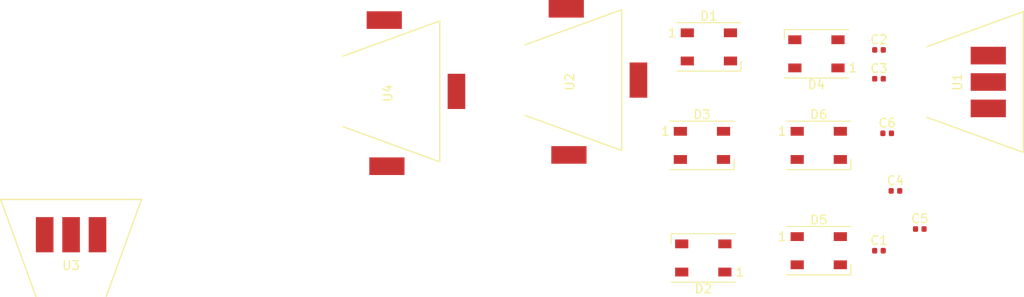
<source format=kicad_pcb>
(kicad_pcb (version 20171130) (host pcbnew "(5.0.0-3-g5ebb6b6)")

  (general
    (thickness 1.6)
    (drawings 0)
    (tracks 0)
    (zones 0)
    (modules 16)
    (nets 13)
  )

  (page A4)
  (layers
    (0 F.Cu signal)
    (31 B.Cu signal)
    (32 B.Adhes user)
    (33 F.Adhes user)
    (34 B.Paste user)
    (35 F.Paste user)
    (36 B.SilkS user)
    (37 F.SilkS user)
    (38 B.Mask user)
    (39 F.Mask user)
    (40 Dwgs.User user)
    (41 Cmts.User user)
    (42 Eco1.User user)
    (43 Eco2.User user)
    (44 Edge.Cuts user)
    (45 Margin user)
    (46 B.CrtYd user)
    (47 F.CrtYd user)
    (48 B.Fab user)
    (49 F.Fab user)
  )

  (setup
    (last_trace_width 0.25)
    (trace_clearance 0.2)
    (zone_clearance 0.508)
    (zone_45_only no)
    (trace_min 0.2)
    (segment_width 0.2)
    (edge_width 0.15)
    (via_size 0.8)
    (via_drill 0.4)
    (via_min_size 0.4)
    (via_min_drill 0.3)
    (uvia_size 0.3)
    (uvia_drill 0.1)
    (uvias_allowed no)
    (uvia_min_size 0.2)
    (uvia_min_drill 0.1)
    (pcb_text_width 0.3)
    (pcb_text_size 1.5 1.5)
    (mod_edge_width 0.15)
    (mod_text_size 1 1)
    (mod_text_width 0.15)
    (pad_size 1.524 1.524)
    (pad_drill 0.762)
    (pad_to_mask_clearance 0.2)
    (aux_axis_origin 0 0)
    (visible_elements FFFFFF7F)
    (pcbplotparams
      (layerselection 0x010fc_ffffffff)
      (usegerberextensions false)
      (usegerberattributes false)
      (usegerberadvancedattributes false)
      (creategerberjobfile false)
      (excludeedgelayer true)
      (linewidth 0.100000)
      (plotframeref false)
      (viasonmask false)
      (mode 1)
      (useauxorigin false)
      (hpglpennumber 1)
      (hpglpenspeed 20)
      (hpglpendiameter 15.000000)
      (psnegative false)
      (psa4output false)
      (plotreference true)
      (plotvalue true)
      (plotinvisibletext false)
      (padsonsilk false)
      (subtractmaskfromsilk false)
      (outputformat 1)
      (mirror false)
      (drillshape 1)
      (scaleselection 1)
      (outputdirectory ""))
  )

  (net 0 "")
  (net 1 +5V)
  (net 2 GND)
  (net 3 /LED_single/DIN)
  (net 4 /sheet5BA0862F/DIN)
  (net 5 /sheet5BA0863D/DIN)
  (net 6 /sheet5BA086BB/DIN)
  (net 7 /sheet5BA086B9/DOUT)
  (net 8 /sheet5BA086B9/DIN)
  (net 9 /sheet5BA086BA/DIN)
  (net 10 "Net-(U3-Pad3)")
  (net 11 "Net-(U3-Pad2)")
  (net 12 "Net-(U3-Pad1)")

  (net_class Default "This is the default net class."
    (clearance 0.2)
    (trace_width 0.25)
    (via_dia 0.8)
    (via_drill 0.4)
    (uvia_dia 0.3)
    (uvia_drill 0.1)
    (add_net +5V)
    (add_net /LED_single/DIN)
    (add_net /sheet5BA0862F/DIN)
    (add_net /sheet5BA0863D/DIN)
    (add_net /sheet5BA086B9/DIN)
    (add_net /sheet5BA086B9/DOUT)
    (add_net /sheet5BA086BA/DIN)
    (add_net /sheet5BA086BB/DIN)
    (add_net GND)
    (add_net "Net-(U3-Pad1)")
    (add_net "Net-(U3-Pad2)")
    (add_net "Net-(U3-Pad3)")
  )

  (module Capacitor_SMD:C_0402_1005Metric (layer F.Cu) (tedit 5B301BBE) (tstamp 5BB683A8)
    (at 175.761001 91.070201)
    (descr "Capacitor SMD 0402 (1005 Metric), square (rectangular) end terminal, IPC_7351 nominal, (Body size source: http://www.tortai-tech.com/upload/download/2011102023233369053.pdf), generated with kicad-footprint-generator")
    (tags capacitor)
    (path /5BA02055/5BA05059)
    (attr smd)
    (fp_text reference C1 (at 0 -1.17) (layer F.SilkS)
      (effects (font (size 1 1) (thickness 0.15)))
    )
    (fp_text value 0.1µF (at 0 1.17) (layer F.Fab)
      (effects (font (size 1 1) (thickness 0.15)))
    )
    (fp_line (start -0.5 0.25) (end -0.5 -0.25) (layer F.Fab) (width 0.1))
    (fp_line (start -0.5 -0.25) (end 0.5 -0.25) (layer F.Fab) (width 0.1))
    (fp_line (start 0.5 -0.25) (end 0.5 0.25) (layer F.Fab) (width 0.1))
    (fp_line (start 0.5 0.25) (end -0.5 0.25) (layer F.Fab) (width 0.1))
    (fp_line (start -0.93 0.47) (end -0.93 -0.47) (layer F.CrtYd) (width 0.05))
    (fp_line (start -0.93 -0.47) (end 0.93 -0.47) (layer F.CrtYd) (width 0.05))
    (fp_line (start 0.93 -0.47) (end 0.93 0.47) (layer F.CrtYd) (width 0.05))
    (fp_line (start 0.93 0.47) (end -0.93 0.47) (layer F.CrtYd) (width 0.05))
    (fp_text user %R (at 0 0) (layer F.Fab)
      (effects (font (size 0.25 0.25) (thickness 0.04)))
    )
    (pad 1 smd roundrect (at -0.485 0) (size 0.59 0.64) (layers F.Cu F.Paste F.Mask) (roundrect_rratio 0.25)
      (net 1 +5V))
    (pad 2 smd roundrect (at 0.485 0) (size 0.59 0.64) (layers F.Cu F.Paste F.Mask) (roundrect_rratio 0.25)
      (net 2 GND))
    (model ${KISYS3DMOD}/Capacitor_SMD.3dshapes/C_0402_1005Metric.wrl
      (at (xyz 0 0 0))
      (scale (xyz 1 1 1))
      (rotate (xyz 0 0 0))
    )
  )

  (module Capacitor_SMD:C_0402_1005Metric (layer F.Cu) (tedit 5B301BBE) (tstamp 5BB683B7)
    (at 175.7656 68.2625)
    (descr "Capacitor SMD 0402 (1005 Metric), square (rectangular) end terminal, IPC_7351 nominal, (Body size source: http://www.tortai-tech.com/upload/download/2011102023233369053.pdf), generated with kicad-footprint-generator")
    (tags capacitor)
    (path /5BA08635/5BA05059)
    (attr smd)
    (fp_text reference C2 (at 0 -1.17) (layer F.SilkS)
      (effects (font (size 1 1) (thickness 0.15)))
    )
    (fp_text value 0.1µF (at 0 1.17) (layer F.Fab)
      (effects (font (size 1 1) (thickness 0.15)))
    )
    (fp_text user %R (at 0 0) (layer F.Fab)
      (effects (font (size 0.25 0.25) (thickness 0.04)))
    )
    (fp_line (start 0.93 0.47) (end -0.93 0.47) (layer F.CrtYd) (width 0.05))
    (fp_line (start 0.93 -0.47) (end 0.93 0.47) (layer F.CrtYd) (width 0.05))
    (fp_line (start -0.93 -0.47) (end 0.93 -0.47) (layer F.CrtYd) (width 0.05))
    (fp_line (start -0.93 0.47) (end -0.93 -0.47) (layer F.CrtYd) (width 0.05))
    (fp_line (start 0.5 0.25) (end -0.5 0.25) (layer F.Fab) (width 0.1))
    (fp_line (start 0.5 -0.25) (end 0.5 0.25) (layer F.Fab) (width 0.1))
    (fp_line (start -0.5 -0.25) (end 0.5 -0.25) (layer F.Fab) (width 0.1))
    (fp_line (start -0.5 0.25) (end -0.5 -0.25) (layer F.Fab) (width 0.1))
    (pad 2 smd roundrect (at 0.485 0) (size 0.59 0.64) (layers F.Cu F.Paste F.Mask) (roundrect_rratio 0.25)
      (net 2 GND))
    (pad 1 smd roundrect (at -0.485 0) (size 0.59 0.64) (layers F.Cu F.Paste F.Mask) (roundrect_rratio 0.25)
      (net 1 +5V))
    (model ${KISYS3DMOD}/Capacitor_SMD.3dshapes/C_0402_1005Metric.wrl
      (at (xyz 0 0 0))
      (scale (xyz 1 1 1))
      (rotate (xyz 0 0 0))
    )
  )

  (module Capacitor_SMD:C_0402_1005Metric (layer F.Cu) (tedit 5B301BBE) (tstamp 5BB683C6)
    (at 175.7656 71.5391)
    (descr "Capacitor SMD 0402 (1005 Metric), square (rectangular) end terminal, IPC_7351 nominal, (Body size source: http://www.tortai-tech.com/upload/download/2011102023233369053.pdf), generated with kicad-footprint-generator")
    (tags capacitor)
    (path /5BA08643/5BA05059)
    (attr smd)
    (fp_text reference C3 (at 0 -1.17) (layer F.SilkS)
      (effects (font (size 1 1) (thickness 0.15)))
    )
    (fp_text value 0.1µF (at 0 1.17) (layer F.Fab)
      (effects (font (size 1 1) (thickness 0.15)))
    )
    (fp_line (start -0.5 0.25) (end -0.5 -0.25) (layer F.Fab) (width 0.1))
    (fp_line (start -0.5 -0.25) (end 0.5 -0.25) (layer F.Fab) (width 0.1))
    (fp_line (start 0.5 -0.25) (end 0.5 0.25) (layer F.Fab) (width 0.1))
    (fp_line (start 0.5 0.25) (end -0.5 0.25) (layer F.Fab) (width 0.1))
    (fp_line (start -0.93 0.47) (end -0.93 -0.47) (layer F.CrtYd) (width 0.05))
    (fp_line (start -0.93 -0.47) (end 0.93 -0.47) (layer F.CrtYd) (width 0.05))
    (fp_line (start 0.93 -0.47) (end 0.93 0.47) (layer F.CrtYd) (width 0.05))
    (fp_line (start 0.93 0.47) (end -0.93 0.47) (layer F.CrtYd) (width 0.05))
    (fp_text user %R (at 0 0) (layer F.Fab)
      (effects (font (size 0.25 0.25) (thickness 0.04)))
    )
    (pad 1 smd roundrect (at -0.485 0) (size 0.59 0.64) (layers F.Cu F.Paste F.Mask) (roundrect_rratio 0.25)
      (net 1 +5V))
    (pad 2 smd roundrect (at 0.485 0) (size 0.59 0.64) (layers F.Cu F.Paste F.Mask) (roundrect_rratio 0.25)
      (net 2 GND))
    (model ${KISYS3DMOD}/Capacitor_SMD.3dshapes/C_0402_1005Metric.wrl
      (at (xyz 0 0 0))
      (scale (xyz 1 1 1))
      (rotate (xyz 0 0 0))
    )
  )

  (module Capacitor_SMD:C_0402_1005Metric (layer F.Cu) (tedit 5B301BBE) (tstamp 5BB683D5)
    (at 177.6325 84.2772)
    (descr "Capacitor SMD 0402 (1005 Metric), square (rectangular) end terminal, IPC_7351 nominal, (Body size source: http://www.tortai-tech.com/upload/download/2011102023233369053.pdf), generated with kicad-footprint-generator")
    (tags capacitor)
    (path /5BA086C1/5BA05059)
    (attr smd)
    (fp_text reference C4 (at 0 -1.17) (layer F.SilkS)
      (effects (font (size 1 1) (thickness 0.15)))
    )
    (fp_text value 0.1µF (at 0 1.17) (layer F.Fab)
      (effects (font (size 1 1) (thickness 0.15)))
    )
    (fp_text user %R (at 0 0) (layer F.Fab)
      (effects (font (size 0.25 0.25) (thickness 0.04)))
    )
    (fp_line (start 0.93 0.47) (end -0.93 0.47) (layer F.CrtYd) (width 0.05))
    (fp_line (start 0.93 -0.47) (end 0.93 0.47) (layer F.CrtYd) (width 0.05))
    (fp_line (start -0.93 -0.47) (end 0.93 -0.47) (layer F.CrtYd) (width 0.05))
    (fp_line (start -0.93 0.47) (end -0.93 -0.47) (layer F.CrtYd) (width 0.05))
    (fp_line (start 0.5 0.25) (end -0.5 0.25) (layer F.Fab) (width 0.1))
    (fp_line (start 0.5 -0.25) (end 0.5 0.25) (layer F.Fab) (width 0.1))
    (fp_line (start -0.5 -0.25) (end 0.5 -0.25) (layer F.Fab) (width 0.1))
    (fp_line (start -0.5 0.25) (end -0.5 -0.25) (layer F.Fab) (width 0.1))
    (pad 2 smd roundrect (at 0.485 0) (size 0.59 0.64) (layers F.Cu F.Paste F.Mask) (roundrect_rratio 0.25)
      (net 2 GND))
    (pad 1 smd roundrect (at -0.485 0) (size 0.59 0.64) (layers F.Cu F.Paste F.Mask) (roundrect_rratio 0.25)
      (net 1 +5V))
    (model ${KISYS3DMOD}/Capacitor_SMD.3dshapes/C_0402_1005Metric.wrl
      (at (xyz 0 0 0))
      (scale (xyz 1 1 1))
      (rotate (xyz 0 0 0))
    )
  )

  (module Capacitor_SMD:C_0402_1005Metric (layer F.Cu) (tedit 5B301BBE) (tstamp 5BB683E4)
    (at 180.4011 88.6079)
    (descr "Capacitor SMD 0402 (1005 Metric), square (rectangular) end terminal, IPC_7351 nominal, (Body size source: http://www.tortai-tech.com/upload/download/2011102023233369053.pdf), generated with kicad-footprint-generator")
    (tags capacitor)
    (path /5BA086C7/5BA05059)
    (attr smd)
    (fp_text reference C5 (at 0 -1.17) (layer F.SilkS)
      (effects (font (size 1 1) (thickness 0.15)))
    )
    (fp_text value 0.1µF (at 0 1.17) (layer F.Fab)
      (effects (font (size 1 1) (thickness 0.15)))
    )
    (fp_line (start -0.5 0.25) (end -0.5 -0.25) (layer F.Fab) (width 0.1))
    (fp_line (start -0.5 -0.25) (end 0.5 -0.25) (layer F.Fab) (width 0.1))
    (fp_line (start 0.5 -0.25) (end 0.5 0.25) (layer F.Fab) (width 0.1))
    (fp_line (start 0.5 0.25) (end -0.5 0.25) (layer F.Fab) (width 0.1))
    (fp_line (start -0.93 0.47) (end -0.93 -0.47) (layer F.CrtYd) (width 0.05))
    (fp_line (start -0.93 -0.47) (end 0.93 -0.47) (layer F.CrtYd) (width 0.05))
    (fp_line (start 0.93 -0.47) (end 0.93 0.47) (layer F.CrtYd) (width 0.05))
    (fp_line (start 0.93 0.47) (end -0.93 0.47) (layer F.CrtYd) (width 0.05))
    (fp_text user %R (at 0 0) (layer F.Fab)
      (effects (font (size 0.25 0.25) (thickness 0.04)))
    )
    (pad 1 smd roundrect (at -0.485 0) (size 0.59 0.64) (layers F.Cu F.Paste F.Mask) (roundrect_rratio 0.25)
      (net 1 +5V))
    (pad 2 smd roundrect (at 0.485 0) (size 0.59 0.64) (layers F.Cu F.Paste F.Mask) (roundrect_rratio 0.25)
      (net 2 GND))
    (model ${KISYS3DMOD}/Capacitor_SMD.3dshapes/C_0402_1005Metric.wrl
      (at (xyz 0 0 0))
      (scale (xyz 1 1 1))
      (rotate (xyz 0 0 0))
    )
  )

  (module Capacitor_SMD:C_0402_1005Metric (layer F.Cu) (tedit 5B301BBE) (tstamp 5BB683F3)
    (at 176.6927 77.7367)
    (descr "Capacitor SMD 0402 (1005 Metric), square (rectangular) end terminal, IPC_7351 nominal, (Body size source: http://www.tortai-tech.com/upload/download/2011102023233369053.pdf), generated with kicad-footprint-generator")
    (tags capacitor)
    (path /5BA086CD/5BA05059)
    (attr smd)
    (fp_text reference C6 (at 0 -1.17) (layer F.SilkS)
      (effects (font (size 1 1) (thickness 0.15)))
    )
    (fp_text value 0.1µF (at 0 1.17) (layer F.Fab)
      (effects (font (size 1 1) (thickness 0.15)))
    )
    (fp_text user %R (at 0 0) (layer F.Fab)
      (effects (font (size 0.25 0.25) (thickness 0.04)))
    )
    (fp_line (start 0.93 0.47) (end -0.93 0.47) (layer F.CrtYd) (width 0.05))
    (fp_line (start 0.93 -0.47) (end 0.93 0.47) (layer F.CrtYd) (width 0.05))
    (fp_line (start -0.93 -0.47) (end 0.93 -0.47) (layer F.CrtYd) (width 0.05))
    (fp_line (start -0.93 0.47) (end -0.93 -0.47) (layer F.CrtYd) (width 0.05))
    (fp_line (start 0.5 0.25) (end -0.5 0.25) (layer F.Fab) (width 0.1))
    (fp_line (start 0.5 -0.25) (end 0.5 0.25) (layer F.Fab) (width 0.1))
    (fp_line (start -0.5 -0.25) (end 0.5 -0.25) (layer F.Fab) (width 0.1))
    (fp_line (start -0.5 0.25) (end -0.5 -0.25) (layer F.Fab) (width 0.1))
    (pad 2 smd roundrect (at 0.485 0) (size 0.59 0.64) (layers F.Cu F.Paste F.Mask) (roundrect_rratio 0.25)
      (net 2 GND))
    (pad 1 smd roundrect (at -0.485 0) (size 0.59 0.64) (layers F.Cu F.Paste F.Mask) (roundrect_rratio 0.25)
      (net 1 +5V))
    (model ${KISYS3DMOD}/Capacitor_SMD.3dshapes/C_0402_1005Metric.wrl
      (at (xyz 0 0 0))
      (scale (xyz 1 1 1))
      (rotate (xyz 0 0 0))
    )
  )

  (module LED_SMD:LED_WS2812B_PLCC4_5.0x5.0mm_P3.2mm (layer F.Cu) (tedit 5AA4B285) (tstamp 5BB6840A)
    (at 156.4386 67.9196)
    (descr https://cdn-shop.adafruit.com/datasheets/WS2812B.pdf)
    (tags "LED RGB NeoPixel")
    (path /5BA02055/5BA05051)
    (attr smd)
    (fp_text reference D1 (at 0 -3.5) (layer F.SilkS)
      (effects (font (size 1 1) (thickness 0.15)))
    )
    (fp_text value WS2812B (at 0 4) (layer F.Fab)
      (effects (font (size 1 1) (thickness 0.15)))
    )
    (fp_text user 1 (at -4.15 -1.6) (layer F.SilkS)
      (effects (font (size 1 1) (thickness 0.15)))
    )
    (fp_text user %R (at 0 0) (layer F.Fab)
      (effects (font (size 0.8 0.8) (thickness 0.15)))
    )
    (fp_line (start 3.45 -2.75) (end -3.45 -2.75) (layer F.CrtYd) (width 0.05))
    (fp_line (start 3.45 2.75) (end 3.45 -2.75) (layer F.CrtYd) (width 0.05))
    (fp_line (start -3.45 2.75) (end 3.45 2.75) (layer F.CrtYd) (width 0.05))
    (fp_line (start -3.45 -2.75) (end -3.45 2.75) (layer F.CrtYd) (width 0.05))
    (fp_line (start 2.5 1.5) (end 1.5 2.5) (layer F.Fab) (width 0.1))
    (fp_line (start -2.5 -2.5) (end -2.5 2.5) (layer F.Fab) (width 0.1))
    (fp_line (start -2.5 2.5) (end 2.5 2.5) (layer F.Fab) (width 0.1))
    (fp_line (start 2.5 2.5) (end 2.5 -2.5) (layer F.Fab) (width 0.1))
    (fp_line (start 2.5 -2.5) (end -2.5 -2.5) (layer F.Fab) (width 0.1))
    (fp_line (start -3.65 -2.75) (end 3.65 -2.75) (layer F.SilkS) (width 0.12))
    (fp_line (start -3.65 2.75) (end 3.65 2.75) (layer F.SilkS) (width 0.12))
    (fp_line (start 3.65 2.75) (end 3.65 1.6) (layer F.SilkS) (width 0.12))
    (fp_circle (center 0 0) (end 0 -2) (layer F.Fab) (width 0.1))
    (pad 3 smd rect (at 2.45 1.6) (size 1.5 1) (layers F.Cu F.Paste F.Mask)
      (net 2 GND))
    (pad 4 smd rect (at 2.45 -1.6) (size 1.5 1) (layers F.Cu F.Paste F.Mask)
      (net 3 /LED_single/DIN))
    (pad 2 smd rect (at -2.45 1.6) (size 1.5 1) (layers F.Cu F.Paste F.Mask)
      (net 4 /sheet5BA0862F/DIN))
    (pad 1 smd rect (at -2.45 -1.6) (size 1.5 1) (layers F.Cu F.Paste F.Mask)
      (net 1 +5V))
    (model ${KISYS3DMOD}/LED_SMD.3dshapes/LED_WS2812B_PLCC4_5.0x5.0mm_P3.2mm.wrl
      (at (xyz 0 0 0))
      (scale (xyz 1 1 1))
      (rotate (xyz 0 0 0))
    )
  )

  (module LED_SMD:LED_WS2812B_PLCC4_5.0x5.0mm_P3.2mm (layer F.Cu) (tedit 5AA4B285) (tstamp 5BB68421)
    (at 155.8047 91.897 180)
    (descr https://cdn-shop.adafruit.com/datasheets/WS2812B.pdf)
    (tags "LED RGB NeoPixel")
    (path /5BA08635/5BA05051)
    (attr smd)
    (fp_text reference D2 (at 0 -3.5 180) (layer F.SilkS)
      (effects (font (size 1 1) (thickness 0.15)))
    )
    (fp_text value WS2812B (at 0 4 180) (layer F.Fab)
      (effects (font (size 1 1) (thickness 0.15)))
    )
    (fp_circle (center 0 0) (end 0 -2) (layer F.Fab) (width 0.1))
    (fp_line (start 3.65 2.75) (end 3.65 1.6) (layer F.SilkS) (width 0.12))
    (fp_line (start -3.65 2.75) (end 3.65 2.75) (layer F.SilkS) (width 0.12))
    (fp_line (start -3.65 -2.75) (end 3.65 -2.75) (layer F.SilkS) (width 0.12))
    (fp_line (start 2.5 -2.5) (end -2.5 -2.5) (layer F.Fab) (width 0.1))
    (fp_line (start 2.5 2.5) (end 2.5 -2.5) (layer F.Fab) (width 0.1))
    (fp_line (start -2.5 2.5) (end 2.5 2.5) (layer F.Fab) (width 0.1))
    (fp_line (start -2.5 -2.5) (end -2.5 2.5) (layer F.Fab) (width 0.1))
    (fp_line (start 2.5 1.5) (end 1.5 2.5) (layer F.Fab) (width 0.1))
    (fp_line (start -3.45 -2.75) (end -3.45 2.75) (layer F.CrtYd) (width 0.05))
    (fp_line (start -3.45 2.75) (end 3.45 2.75) (layer F.CrtYd) (width 0.05))
    (fp_line (start 3.45 2.75) (end 3.45 -2.75) (layer F.CrtYd) (width 0.05))
    (fp_line (start 3.45 -2.75) (end -3.45 -2.75) (layer F.CrtYd) (width 0.05))
    (fp_text user %R (at 0 0 180) (layer F.Fab)
      (effects (font (size 0.8 0.8) (thickness 0.15)))
    )
    (fp_text user 1 (at -4.15 -1.6 180) (layer F.SilkS)
      (effects (font (size 1 1) (thickness 0.15)))
    )
    (pad 1 smd rect (at -2.45 -1.6 180) (size 1.5 1) (layers F.Cu F.Paste F.Mask)
      (net 1 +5V))
    (pad 2 smd rect (at -2.45 1.6 180) (size 1.5 1) (layers F.Cu F.Paste F.Mask)
      (net 5 /sheet5BA0863D/DIN))
    (pad 4 smd rect (at 2.45 -1.6 180) (size 1.5 1) (layers F.Cu F.Paste F.Mask)
      (net 4 /sheet5BA0862F/DIN))
    (pad 3 smd rect (at 2.45 1.6 180) (size 1.5 1) (layers F.Cu F.Paste F.Mask)
      (net 2 GND))
    (model ${KISYS3DMOD}/LED_SMD.3dshapes/LED_WS2812B_PLCC4_5.0x5.0mm_P3.2mm.wrl
      (at (xyz 0 0 0))
      (scale (xyz 1 1 1))
      (rotate (xyz 0 0 0))
    )
  )

  (module LED_SMD:LED_WS2812B_PLCC4_5.0x5.0mm_P3.2mm (layer F.Cu) (tedit 5AA4B285) (tstamp 5BB68438)
    (at 155.6512 79.1083)
    (descr https://cdn-shop.adafruit.com/datasheets/WS2812B.pdf)
    (tags "LED RGB NeoPixel")
    (path /5BA08643/5BA05051)
    (attr smd)
    (fp_text reference D3 (at 0 -3.5) (layer F.SilkS)
      (effects (font (size 1 1) (thickness 0.15)))
    )
    (fp_text value WS2812B (at 0 4) (layer F.Fab)
      (effects (font (size 1 1) (thickness 0.15)))
    )
    (fp_text user 1 (at -4.15 -1.6) (layer F.SilkS)
      (effects (font (size 1 1) (thickness 0.15)))
    )
    (fp_text user %R (at 0 0) (layer F.Fab)
      (effects (font (size 0.8 0.8) (thickness 0.15)))
    )
    (fp_line (start 3.45 -2.75) (end -3.45 -2.75) (layer F.CrtYd) (width 0.05))
    (fp_line (start 3.45 2.75) (end 3.45 -2.75) (layer F.CrtYd) (width 0.05))
    (fp_line (start -3.45 2.75) (end 3.45 2.75) (layer F.CrtYd) (width 0.05))
    (fp_line (start -3.45 -2.75) (end -3.45 2.75) (layer F.CrtYd) (width 0.05))
    (fp_line (start 2.5 1.5) (end 1.5 2.5) (layer F.Fab) (width 0.1))
    (fp_line (start -2.5 -2.5) (end -2.5 2.5) (layer F.Fab) (width 0.1))
    (fp_line (start -2.5 2.5) (end 2.5 2.5) (layer F.Fab) (width 0.1))
    (fp_line (start 2.5 2.5) (end 2.5 -2.5) (layer F.Fab) (width 0.1))
    (fp_line (start 2.5 -2.5) (end -2.5 -2.5) (layer F.Fab) (width 0.1))
    (fp_line (start -3.65 -2.75) (end 3.65 -2.75) (layer F.SilkS) (width 0.12))
    (fp_line (start -3.65 2.75) (end 3.65 2.75) (layer F.SilkS) (width 0.12))
    (fp_line (start 3.65 2.75) (end 3.65 1.6) (layer F.SilkS) (width 0.12))
    (fp_circle (center 0 0) (end 0 -2) (layer F.Fab) (width 0.1))
    (pad 3 smd rect (at 2.45 1.6) (size 1.5 1) (layers F.Cu F.Paste F.Mask)
      (net 2 GND))
    (pad 4 smd rect (at 2.45 -1.6) (size 1.5 1) (layers F.Cu F.Paste F.Mask)
      (net 5 /sheet5BA0863D/DIN))
    (pad 2 smd rect (at -2.45 1.6) (size 1.5 1) (layers F.Cu F.Paste F.Mask)
      (net 6 /sheet5BA086BB/DIN))
    (pad 1 smd rect (at -2.45 -1.6) (size 1.5 1) (layers F.Cu F.Paste F.Mask)
      (net 1 +5V))
    (model ${KISYS3DMOD}/LED_SMD.3dshapes/LED_WS2812B_PLCC4_5.0x5.0mm_P3.2mm.wrl
      (at (xyz 0 0 0))
      (scale (xyz 1 1 1))
      (rotate (xyz 0 0 0))
    )
  )

  (module LED_SMD:LED_WS2812B_PLCC4_5.0x5.0mm_P3.2mm (layer F.Cu) (tedit 5AA4B285) (tstamp 5BB6844F)
    (at 168.656 68.707 180)
    (descr https://cdn-shop.adafruit.com/datasheets/WS2812B.pdf)
    (tags "LED RGB NeoPixel")
    (path /5BA086C1/5BA05051)
    (attr smd)
    (fp_text reference D4 (at 0 -3.5 180) (layer F.SilkS)
      (effects (font (size 1 1) (thickness 0.15)))
    )
    (fp_text value WS2812B (at 0 4 180) (layer F.Fab)
      (effects (font (size 1 1) (thickness 0.15)))
    )
    (fp_circle (center 0 0) (end 0 -2) (layer F.Fab) (width 0.1))
    (fp_line (start 3.65 2.75) (end 3.65 1.6) (layer F.SilkS) (width 0.12))
    (fp_line (start -3.65 2.75) (end 3.65 2.75) (layer F.SilkS) (width 0.12))
    (fp_line (start -3.65 -2.75) (end 3.65 -2.75) (layer F.SilkS) (width 0.12))
    (fp_line (start 2.5 -2.5) (end -2.5 -2.5) (layer F.Fab) (width 0.1))
    (fp_line (start 2.5 2.5) (end 2.5 -2.5) (layer F.Fab) (width 0.1))
    (fp_line (start -2.5 2.5) (end 2.5 2.5) (layer F.Fab) (width 0.1))
    (fp_line (start -2.5 -2.5) (end -2.5 2.5) (layer F.Fab) (width 0.1))
    (fp_line (start 2.5 1.5) (end 1.5 2.5) (layer F.Fab) (width 0.1))
    (fp_line (start -3.45 -2.75) (end -3.45 2.75) (layer F.CrtYd) (width 0.05))
    (fp_line (start -3.45 2.75) (end 3.45 2.75) (layer F.CrtYd) (width 0.05))
    (fp_line (start 3.45 2.75) (end 3.45 -2.75) (layer F.CrtYd) (width 0.05))
    (fp_line (start 3.45 -2.75) (end -3.45 -2.75) (layer F.CrtYd) (width 0.05))
    (fp_text user %R (at 0 0 180) (layer F.Fab)
      (effects (font (size 0.8 0.8) (thickness 0.15)))
    )
    (fp_text user 1 (at -4.15 -1.6 180) (layer F.SilkS)
      (effects (font (size 1 1) (thickness 0.15)))
    )
    (pad 1 smd rect (at -2.45 -1.6 180) (size 1.5 1) (layers F.Cu F.Paste F.Mask)
      (net 1 +5V))
    (pad 2 smd rect (at -2.45 1.6 180) (size 1.5 1) (layers F.Cu F.Paste F.Mask)
      (net 7 /sheet5BA086B9/DOUT))
    (pad 4 smd rect (at 2.45 -1.6 180) (size 1.5 1) (layers F.Cu F.Paste F.Mask)
      (net 8 /sheet5BA086B9/DIN))
    (pad 3 smd rect (at 2.45 1.6 180) (size 1.5 1) (layers F.Cu F.Paste F.Mask)
      (net 2 GND))
    (model ${KISYS3DMOD}/LED_SMD.3dshapes/LED_WS2812B_PLCC4_5.0x5.0mm_P3.2mm.wrl
      (at (xyz 0 0 0))
      (scale (xyz 1 1 1))
      (rotate (xyz 0 0 0))
    )
  )

  (module LED_SMD:LED_WS2812B_PLCC4_5.0x5.0mm_P3.2mm (layer F.Cu) (tedit 5AA4B285) (tstamp 5BB68466)
    (at 168.9227 91.0717)
    (descr https://cdn-shop.adafruit.com/datasheets/WS2812B.pdf)
    (tags "LED RGB NeoPixel")
    (path /5BA086C7/5BA05051)
    (attr smd)
    (fp_text reference D5 (at 0 -3.5) (layer F.SilkS)
      (effects (font (size 1 1) (thickness 0.15)))
    )
    (fp_text value WS2812B (at 0 4) (layer F.Fab)
      (effects (font (size 1 1) (thickness 0.15)))
    )
    (fp_text user 1 (at -4.15 -1.6) (layer F.SilkS)
      (effects (font (size 1 1) (thickness 0.15)))
    )
    (fp_text user %R (at 0 0) (layer F.Fab)
      (effects (font (size 0.8 0.8) (thickness 0.15)))
    )
    (fp_line (start 3.45 -2.75) (end -3.45 -2.75) (layer F.CrtYd) (width 0.05))
    (fp_line (start 3.45 2.75) (end 3.45 -2.75) (layer F.CrtYd) (width 0.05))
    (fp_line (start -3.45 2.75) (end 3.45 2.75) (layer F.CrtYd) (width 0.05))
    (fp_line (start -3.45 -2.75) (end -3.45 2.75) (layer F.CrtYd) (width 0.05))
    (fp_line (start 2.5 1.5) (end 1.5 2.5) (layer F.Fab) (width 0.1))
    (fp_line (start -2.5 -2.5) (end -2.5 2.5) (layer F.Fab) (width 0.1))
    (fp_line (start -2.5 2.5) (end 2.5 2.5) (layer F.Fab) (width 0.1))
    (fp_line (start 2.5 2.5) (end 2.5 -2.5) (layer F.Fab) (width 0.1))
    (fp_line (start 2.5 -2.5) (end -2.5 -2.5) (layer F.Fab) (width 0.1))
    (fp_line (start -3.65 -2.75) (end 3.65 -2.75) (layer F.SilkS) (width 0.12))
    (fp_line (start -3.65 2.75) (end 3.65 2.75) (layer F.SilkS) (width 0.12))
    (fp_line (start 3.65 2.75) (end 3.65 1.6) (layer F.SilkS) (width 0.12))
    (fp_circle (center 0 0) (end 0 -2) (layer F.Fab) (width 0.1))
    (pad 3 smd rect (at 2.45 1.6) (size 1.5 1) (layers F.Cu F.Paste F.Mask)
      (net 2 GND))
    (pad 4 smd rect (at 2.45 -1.6) (size 1.5 1) (layers F.Cu F.Paste F.Mask)
      (net 9 /sheet5BA086BA/DIN))
    (pad 2 smd rect (at -2.45 1.6) (size 1.5 1) (layers F.Cu F.Paste F.Mask)
      (net 8 /sheet5BA086B9/DIN))
    (pad 1 smd rect (at -2.45 -1.6) (size 1.5 1) (layers F.Cu F.Paste F.Mask)
      (net 1 +5V))
    (model ${KISYS3DMOD}/LED_SMD.3dshapes/LED_WS2812B_PLCC4_5.0x5.0mm_P3.2mm.wrl
      (at (xyz 0 0 0))
      (scale (xyz 1 1 1))
      (rotate (xyz 0 0 0))
    )
  )

  (module LED_SMD:LED_WS2812B_PLCC4_5.0x5.0mm_P3.2mm (layer F.Cu) (tedit 5AA4B285) (tstamp 5BB6847D)
    (at 168.9227 79.1083)
    (descr https://cdn-shop.adafruit.com/datasheets/WS2812B.pdf)
    (tags "LED RGB NeoPixel")
    (path /5BA086CD/5BA05051)
    (attr smd)
    (fp_text reference D6 (at 0 -3.5) (layer F.SilkS)
      (effects (font (size 1 1) (thickness 0.15)))
    )
    (fp_text value WS2812B (at 0 4) (layer F.Fab)
      (effects (font (size 1 1) (thickness 0.15)))
    )
    (fp_circle (center 0 0) (end 0 -2) (layer F.Fab) (width 0.1))
    (fp_line (start 3.65 2.75) (end 3.65 1.6) (layer F.SilkS) (width 0.12))
    (fp_line (start -3.65 2.75) (end 3.65 2.75) (layer F.SilkS) (width 0.12))
    (fp_line (start -3.65 -2.75) (end 3.65 -2.75) (layer F.SilkS) (width 0.12))
    (fp_line (start 2.5 -2.5) (end -2.5 -2.5) (layer F.Fab) (width 0.1))
    (fp_line (start 2.5 2.5) (end 2.5 -2.5) (layer F.Fab) (width 0.1))
    (fp_line (start -2.5 2.5) (end 2.5 2.5) (layer F.Fab) (width 0.1))
    (fp_line (start -2.5 -2.5) (end -2.5 2.5) (layer F.Fab) (width 0.1))
    (fp_line (start 2.5 1.5) (end 1.5 2.5) (layer F.Fab) (width 0.1))
    (fp_line (start -3.45 -2.75) (end -3.45 2.75) (layer F.CrtYd) (width 0.05))
    (fp_line (start -3.45 2.75) (end 3.45 2.75) (layer F.CrtYd) (width 0.05))
    (fp_line (start 3.45 2.75) (end 3.45 -2.75) (layer F.CrtYd) (width 0.05))
    (fp_line (start 3.45 -2.75) (end -3.45 -2.75) (layer F.CrtYd) (width 0.05))
    (fp_text user %R (at 0 0) (layer F.Fab)
      (effects (font (size 0.8 0.8) (thickness 0.15)))
    )
    (fp_text user 1 (at -4.15 -1.6) (layer F.SilkS)
      (effects (font (size 1 1) (thickness 0.15)))
    )
    (pad 1 smd rect (at -2.45 -1.6) (size 1.5 1) (layers F.Cu F.Paste F.Mask)
      (net 1 +5V))
    (pad 2 smd rect (at -2.45 1.6) (size 1.5 1) (layers F.Cu F.Paste F.Mask)
      (net 9 /sheet5BA086BA/DIN))
    (pad 4 smd rect (at 2.45 -1.6) (size 1.5 1) (layers F.Cu F.Paste F.Mask)
      (net 6 /sheet5BA086BB/DIN))
    (pad 3 smd rect (at 2.45 1.6) (size 1.5 1) (layers F.Cu F.Paste F.Mask)
      (net 2 GND))
    (model ${KISYS3DMOD}/LED_SMD.3dshapes/LED_WS2812B_PLCC4_5.0x5.0mm_P3.2mm.wrl
      (at (xyz 0 0 0))
      (scale (xyz 1 1 1))
      (rotate (xyz 0 0 0))
    )
  )

  (module goLED:S_CON_M (layer F.Cu) (tedit 5BB67F26) (tstamp 5BB68487)
    (at 186.182 71.9074 270)
    (path /5BA0C57C)
    (fp_text reference U1 (at 0 1.5 270) (layer F.SilkS)
      (effects (font (size 1 1) (thickness 0.15)))
    )
    (fp_text value S_CON_M (at 0.1 3.5 270) (layer F.Fab)
      (effects (font (size 1 1) (thickness 0.15)))
    )
    (fp_line (start -8 -6) (end 8 -6) (layer F.SilkS) (width 0.15))
    (fp_line (start 8 -6) (end 4 5) (layer F.SilkS) (width 0.15))
    (fp_line (start -8 -6) (end -4 5) (layer F.SilkS) (width 0.15))
    (pad 1 connect rect (at -3 -2 270) (size 2 4) (layers F.Cu F.Mask)
      (net 1 +5V))
    (pad 2 connect rect (at 0 -2 270) (size 2 4) (layers F.Cu F.Mask)
      (net 2 GND))
    (pad 3 connect rect (at 3 -2 270) (size 2 4) (layers F.Cu F.Mask)
      (net 3 /LED_single/DIN))
  )

  (module goLED:S_CON_F (layer F.Cu) (tedit 5BB68087) (tstamp 5BB68491)
    (at 140.5382 71.6915 270)
    (path /5BA0C631)
    (fp_text reference U2 (at 0.2 -0.1 270) (layer F.SilkS)
      (effects (font (size 1 1) (thickness 0.15)))
    )
    (fp_text value S_CON_F (at 16.8 -6 270) (layer F.Fab)
      (effects (font (size 1 1) (thickness 0.15)))
    )
    (fp_line (start -8 -6) (end 8 -6) (layer F.SilkS) (width 0.15))
    (fp_line (start 8 -6) (end 4 5) (layer F.SilkS) (width 0.15))
    (fp_line (start -8 -6) (end -4 5) (layer F.SilkS) (width 0.15))
    (pad 1 connect rect (at -8.1 0.3 270) (size 2 4) (layers F.Cu F.Mask)
      (net 1 +5V))
    (pad 2 connect rect (at 0 -7.9) (size 2 4) (layers F.Cu F.Mask)
      (net 2 GND))
    (pad 3 connect rect (at 8.5 0 270) (size 2 4) (layers F.Cu F.Mask)
      (net 7 /sheet5BA086B9/DOUT))
  )

  (module goLED:S_CON_M (layer F.Cu) (tedit 5BB67F26) (tstamp 5BB6849B)
    (at 83.9823 91.2556)
    (path /5BB6A96F)
    (fp_text reference U3 (at 0 1.5) (layer F.SilkS)
      (effects (font (size 1 1) (thickness 0.15)))
    )
    (fp_text value S_CON_M (at 0.1 3.5) (layer F.Fab)
      (effects (font (size 1 1) (thickness 0.15)))
    )
    (fp_line (start -8 -6) (end -4 5) (layer F.SilkS) (width 0.15))
    (fp_line (start 8 -6) (end 4 5) (layer F.SilkS) (width 0.15))
    (fp_line (start -8 -6) (end 8 -6) (layer F.SilkS) (width 0.15))
    (pad 3 connect rect (at 3 -2) (size 2 4) (layers F.Cu F.Mask)
      (net 10 "Net-(U3-Pad3)"))
    (pad 2 connect rect (at 0 -2) (size 2 4) (layers F.Cu F.Mask)
      (net 11 "Net-(U3-Pad2)"))
    (pad 1 connect rect (at -3 -2) (size 2 4) (layers F.Cu F.Mask)
      (net 12 "Net-(U3-Pad1)"))
  )

  (module goLED:S_CON_F (layer F.Cu) (tedit 5BB68087) (tstamp 5BB684A5)
    (at 119.8626 72.9742 270)
    (path /5BB6A7FD)
    (fp_text reference U4 (at 0.2 -0.1 270) (layer F.SilkS)
      (effects (font (size 1 1) (thickness 0.15)))
    )
    (fp_text value S_CON_F (at 16.8 -6 270) (layer F.Fab)
      (effects (font (size 1 1) (thickness 0.15)))
    )
    (fp_line (start -8 -6) (end -4 5) (layer F.SilkS) (width 0.15))
    (fp_line (start 8 -6) (end 4 5) (layer F.SilkS) (width 0.15))
    (fp_line (start -8 -6) (end 8 -6) (layer F.SilkS) (width 0.15))
    (pad 3 connect rect (at 8.5 0 270) (size 2 4) (layers F.Cu F.Mask)
      (net 10 "Net-(U3-Pad3)"))
    (pad 2 connect rect (at 0 -7.9) (size 2 4) (layers F.Cu F.Mask)
      (net 11 "Net-(U3-Pad2)"))
    (pad 1 connect rect (at -8.1 0.3 270) (size 2 4) (layers F.Cu F.Mask)
      (net 12 "Net-(U3-Pad1)"))
  )

)

</source>
